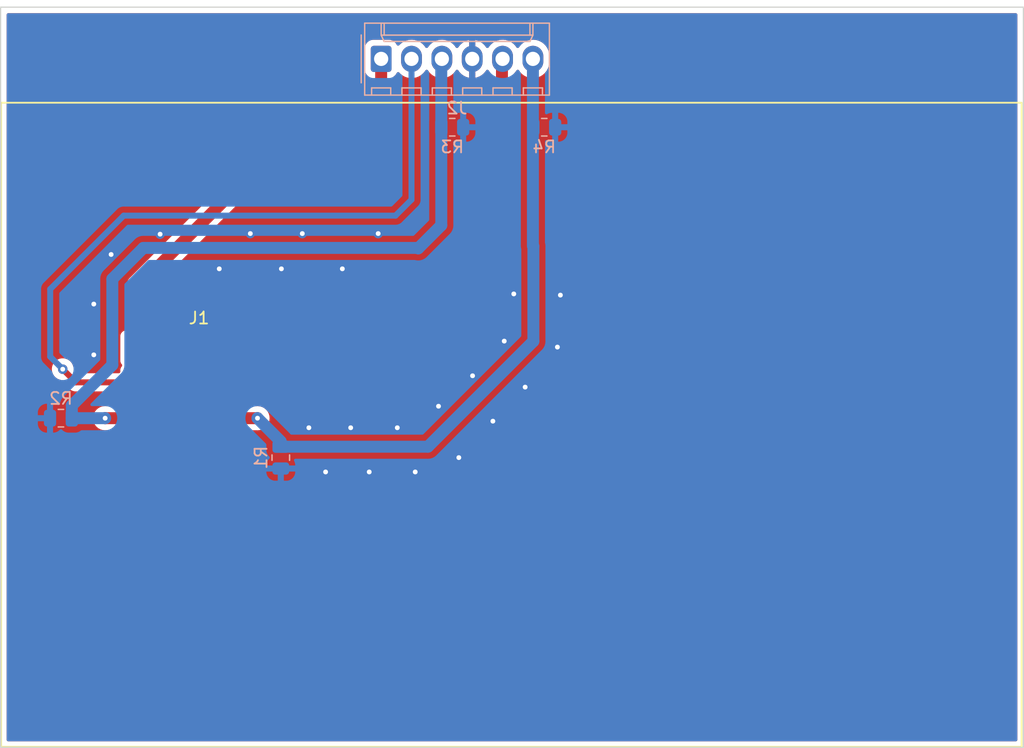
<source format=kicad_pcb>
(kicad_pcb (version 20211014) (generator pcbnew)
  (layers (0 "F.Cu" signal) (31 "B.Cu" signal) (34 "B.Paste" user) (35 "F.Paste" user) (36 "B.SilkS" user "B.Silkscreen") (37 "F.SilkS" user "F.Silkscreen") (38 "B.Mask" user) (39 "F.Mask" user) (44 "Edge.Cuts" user))
  (net 0 "")
  (net 1 "/Vcc")
  (net 2 "/RST")
  (net 3 "/CLK")
  (net 4 "/Vpp")
  (net 5 "/I{slash}O")
  (net 6 "GND")
  (footprint "SIM:SIM_2" (layer "F.Cu") (at 100.93 109.01)
    (fp_text reference "J1" (at 5.08 -2.54 unlocked) (layer "F.SilkS"))
    (fp_text value "SIM_Card")
    (pad "1" smd rect (at 0 0 90) (size 2 2) (layers "F.Cu" "F.Paste" "F.Mask") (net 1 "/Vcc"))
    (pad "2" smd rect (at 0 2.84 90) (size 2 2) (layers "F.Cu" "F.Paste" "F.Mask") (net 2 "/RST"))
    (pad "3" smd rect (at 0 5.84 90) (size 2 2) (layers "F.Cu" "F.Paste" "F.Mask") (net 3 "/CLK"))
    (pad "4" smd rect (at 6.62 8.84 90) (size 2 2) (layers "F.Cu" "F.Paste" "F.Mask"))
    (pad "5" smd rect (at 6.62 5.84 90) (size 2 2) (layers "F.Cu" "F.Paste" "F.Mask") (net 5 "/I{slash}O"))
    (pad "6" smd rect (at 6.62 2.84 90) (size 2 2) (layers "F.Cu" "F.Paste" "F.Mask") (net 4 "/Vpp"))
    (pad "7" smd rect (at 0 8.84 90) (size 2 2) (layers "F.Cu" "F.Paste" "F.Mask"))
    (pad "8" smd rect (at 6.62 0 90) (size 2 2) (layers "F.Cu" "F.Paste" "F.Mask") (net 6 "GND"))
  )
  (footprint "Resistor_SMD:R_0805_2012Metric" (layer "B.Cu") (at 94.45 114.85 180)
    (fp_text reference "R2" (at 0 1.65) (layer "B.SilkS") (effects (justify mirror)))
    (fp_text value "R")
    (fp_line (start -0.227064 0.735) (end 0.227064 0.735) (layer "B.SilkS") (width 0.12))
    (fp_line (start -0.227064 -0.735) (end 0.227064 -0.735) (layer "B.SilkS") (width 0.12))
    (pad "1" smd roundrect (at -0.9125 0 180) (size 1.025 1.4) (layers "B.Cu" "B.Paste" "B.Mask") (roundrect_rratio 0.243902) (net 3 "/CLK"))
    (pad "2" smd roundrect (at 0.9125 0 180) (size 1.025 1.4) (layers "B.Cu" "B.Paste" "B.Mask") (roundrect_rratio 0.243902) (net 6 "GND"))
  )
  (footprint "Connector_Molex:Molex_KK-254_AE-6410-06A_1x06_P2.54mm_Vertical" (layer "B.Cu") (at 121.25 84.78)
    (fp_text reference "J2" (at 6.35 4.12) (layer "B.SilkS") (effects (justify mirror)))
    (fp_text value "Conn_01x06_Male")
    (fp_line (start 4.28 3.03) (end 4.28 2.43) (layer "B.SilkS") (width 0.12))
    (fp_line (start -1.38 3.03) (end -1.38 -2.99) (layer "B.SilkS") (width 0.12))
    (fp_line (start 9.36 2.43) (end 10.96 2.43) (layer "B.SilkS") (width 0.12))
    (fp_line (start -1.67 2) (end -1.67 -2) (layer "B.SilkS") (width 0.12))
    (fp_line (start 0.25 -1.46) (end 12.45 -1.46) (layer "B.SilkS") (width 0.12))
    (fp_line (start -0.8 3.03) (end -0.8 2.43) (layer "B.SilkS") (width 0.12))
    (fp_line (start 0.8 2.43) (end 0.8 3.03) (layer "B.SilkS") (width 0.12))
    (fp_line (start 14.08 3.03) (end -1.38 3.03) (layer "B.SilkS") (width 0.12))
    (fp_line (start 0 -1.99) (end 12.7 -1.99) (layer "B.SilkS") (width 0.12))
    (fp_line (start 10.96 2.43) (end 10.96 3.03) (layer "B.SilkS") (width 0.12))
    (fp_line (start 6.82 3.03) (end 6.82 2.43) (layer "B.SilkS") (width 0.12))
    (fp_line (start 8.42 2.43) (end 8.42 3.03) (layer "B.SilkS") (width 0.12))
    (fp_line (start 0.25 -2.99) (end 0.25 -1.99) (layer "B.SilkS") (width 0.12))
    (fp_line (start 14.08 -2.99) (end 14.08 3.03) (layer "B.SilkS") (width 0.12))
    (fp_line (start 9.36 3.03) (end 9.36 2.43) (layer "B.SilkS") (width 0.12))
    (fp_line (start 4.28 2.43) (end 5.88 2.43) (layer "B.SilkS") (width 0.12))
    (fp_line (start 0 -2.99) (end 0 -1.99) (layer "B.SilkS") (width 0.12))
    (fp_line (start 0 -1.99) (end 0.25 -1.46) (layer "B.SilkS") (width 0.12))
    (fp_line (start -0.8 2.43) (end 0.8 2.43) (layer "B.SilkS") (width 0.12))
    (fp_line (start 6.82 2.43) (end 8.42 2.43) (layer "B.SilkS") (width 0.12))
    (fp_line (start 12.45 -2.99) (end 12.45 -1.99) (layer "B.SilkS") (width 0.12))
    (fp_line (start -1.38 -2.99) (end 14.08 -2.99) (layer "B.SilkS") (width 0.12))
    (fp_line (start 12.45 -1.46) (end 12.7 -1.99) (layer "B.SilkS") (width 0.12))
    (fp_line (start 12.7 -1.99) (end 12.7 -2.99) (layer "B.SilkS") (width 0.12))
    (fp_line (start 3.34 2.43) (end 3.34 3.03) (layer "B.SilkS") (width 0.12))
    (fp_line (start 1.74 3.03) (end 1.74 2.43) (layer "B.SilkS") (width 0.12))
    (fp_line (start 11.9 2.43) (end 13.5 2.43) (layer "B.SilkS") (width 0.12))
    (fp_line (start 5.88 2.43) (end 5.88 3.03) (layer "B.SilkS") (width 0.12))
    (fp_line (start 11.9 3.03) (end 11.9 2.43) (layer "B.SilkS") (width 0.12))
    (fp_line (start 1.74 2.43) (end 3.34 2.43) (layer "B.SilkS") (width 0.12))
    (fp_line (start 13.5 2.43) (end 13.5 3.03) (layer "B.SilkS") (width 0.12))
    (pad "1" thru_hole roundrect (at 0 0) (size 1.74 2.19) (drill 1.19) (layers *.Cu *.Mask) (roundrect_rratio 0.143678) (net 1 "/Vcc"))
    (pad "2" thru_hole oval (at 2.54 0) (size 1.74 2.19) (drill 1.19) (layers *.Cu *.Mask) (net 2 "/RST"))
    (pad "3" thru_hole oval (at 5.08 0) (size 1.74 2.19) (drill 1.19) (layers *.Cu *.Mask) (net 3 "/CLK"))
    (pad "4" thru_hole oval (at 7.62 0) (size 1.74 2.19) (drill 1.19) (layers *.Cu *.Mask) (net 6 "GND"))
    (pad "5" thru_hole oval (at 10.16 0) (size 1.74 2.19) (drill 1.19) (layers *.Cu *.Mask) (net 4 "/Vpp"))
    (pad "6" thru_hole oval (at 12.7 0) (size 1.74 2.19) (drill 1.19) (layers *.Cu *.Mask) (net 5 "/I{slash}O"))
  )
  (footprint "Resistor_SMD:R_0805_2012Metric" (layer "B.Cu") (at 112.85 118.15 -90)
    (fp_text reference "R1" (at 0 1.65 90) (layer "B.SilkS") (effects (justify mirror)))
    (fp_text value "R")
    (fp_line (start -0.227064 0.735) (end 0.227064 0.735) (layer "B.SilkS") (width 0.12))
    (fp_line (start -0.227064 -0.735) (end 0.227064 -0.735) (layer "B.SilkS") (width 0.12))
    (pad "1" smd roundrect (at -0.9125 0 270) (size 1.025 1.4) (layers "B.Cu" "B.Paste" "B.Mask") (roundrect_rratio 0.243902) (net 5 "/I{slash}O"))
    (pad "2" smd roundrect (at 0.9125 0 270) (size 1.025 1.4) (layers "B.Cu" "B.Paste" "B.Mask") (roundrect_rratio 0.243902) (net 6 "GND"))
  )
  (footprint "Resistor_SMD:R_0805_2012Metric" (layer "B.Cu") (at 134.9 90.5)
    (fp_text reference "R4" (at 0 1.65) (layer "B.SilkS") (effects (justify mirror)))
    (fp_text value "R")
    (fp_line (start -0.227064 0.735) (end 0.227064 0.735) (layer "B.SilkS") (width 0.12))
    (fp_line (start -0.227064 -0.735) (end 0.227064 -0.735) (layer "B.SilkS") (width 0.12))
    (pad "1" smd roundrect (at -0.9125 0) (size 1.025 1.4) (layers "B.Cu" "B.Paste" "B.Mask") (roundrect_rratio 0.243902) (net 5 "/I{slash}O"))
    (pad "2" smd roundrect (at 0.9125 0) (size 1.025 1.4) (layers "B.Cu" "B.Paste" "B.Mask") (roundrect_rratio 0.243902) (net 6 "GND"))
  )
  (footprint "Resistor_SMD:R_0805_2012Metric" (layer "B.Cu") (at 127.2 90.5)
    (fp_text reference "R3" (at 0 1.65) (layer "B.SilkS") (effects (justify mirror)))
    (fp_text value "R")
    (fp_line (start -0.227064 -0.735) (end 0.227064 -0.735) (layer "B.SilkS") (width 0.12))
    (fp_line (start -0.227064 0.735) (end 0.227064 0.735) (layer "B.SilkS") (width 0.12))
    (pad "1" smd roundrect (at -0.9125 0) (size 1.025 1.4) (layers "B.Cu" "B.Paste" "B.Mask") (roundrect_rratio 0.243902) (net 3 "/CLK"))
    (pad "2" smd roundrect (at 0.9125 0) (size 1.025 1.4) (layers "B.Cu" "B.Paste" "B.Mask") (roundrect_rratio 0.243902) (net 6 "GND"))
  )
  (gr_rect (start 89.45 142.35) (end 174.85 88.45) (layer "F.SilkS") (width 0.15) (fill none))
  (gr_rect (start 89.4 80.45) (end 175 142.4) (layer "Edge.Cuts") (width 0.1) (fill none))
  (segment (start 117.62 94.33) (end 121.25 90.7) (width 1) (layer "F.Cu") (net 1))
  (segment (start 121.25 90.7) (end 121.25 84.78) (width 1) (layer "F.Cu") (net 1))
  (segment (start 110.42 94.33) (end 117.62 94.33) (width 1) (layer "F.Cu") (net 1))
  (segment (start 100.93 103.82) (end 110.42 94.33) (width 1) (layer "F.Cu") (net 1))
  (segment (start 100.93 109.01) (end 100.93 103.82) (width 1) (layer "F.Cu") (net 1))
  (segment (start 95.7 111.85) (end 100.93 111.85) (width 0.5) (layer "F.Cu") (net 2))
  (segment (start 94.6 110.75) (end 95.7 111.85) (width 0.5) (layer "F.Cu") (net 2))
  (via (at 94.6 110.75) (size 0.8) (drill 0.4) (layers "F.Cu" "B.Cu") (net 2))
  (segment (start 94.6 110.75) (end 93.55 109.7) (width 0.5) (layer "B.Cu") (net 2))
  (segment (start 93.55 109.7) (end 93.55 104.05) (width 0.5) (layer "B.Cu") (net 2))
  (segment (start 93.55 104.05) (end 99.7 97.9) (width 0.5) (layer "B.Cu") (net 2))
  (segment (start 99.7 97.9) (end 122.45 97.9) (width 0.5) (layer "B.Cu") (net 2))
  (segment (start 122.45 97.9) (end 123.79 96.56) (width 0.5) (layer "B.Cu") (net 2))
  (segment (start 123.79 96.56) (end 123.79 84.78) (width 0.5) (layer "B.Cu") (net 2))
  (segment (start 98.15 114.85) (end 100.93 114.85) (width 1) (layer "F.Cu") (net 3))
  (via (at 98.15 114.85) (size 1) (drill 0.4) (layers "F.Cu" "B.Cu") (net 3))
  (segment (start 98 115) (end 98.15 114.85) (width 0.5) (layer "B.Cu") (net 3))
  (segment (start 101.35 100.6) (end 124.3125 100.6) (width 1) (layer "B.Cu") (net 3))
  (segment (start 126.28 84.83) (end 126.33 84.78) (width 1) (layer "B.Cu") (net 3))
  (segment (start 124.3125 100.6) (end 124.35 100.6375) (width 1) (layer "B.Cu") (net 3))
  (segment (start 95.3625 114.85) (end 98.15 114.85) (width 1) (layer "B.Cu") (net 3))
  (segment (start 126.28 98.7075) (end 126.28 84.83) (width 1) (layer "B.Cu") (net 3))
  (segment (start 124.35 100.6375) (end 126.28 98.7075) (width 1) (layer "B.Cu") (net 3))
  (segment (start 95.3625 113.7875) (end 98.75 110.4) (width 1) (layer "B.Cu") (net 3))
  (segment (start 98.75 110.4) (end 98.75 103.2) (width 1) (layer "B.Cu") (net 3))
  (segment (start 95.3625 115) (end 95.3625 113.7875) (width 1) (layer "B.Cu") (net 3))
  (segment (start 98.75 103.2) (end 101.35 100.6) (width 1) (layer "B.Cu") (net 3))
  (segment (start 131.36 84.83) (end 131.41 84.78) (width 1) (layer "F.Cu") (net 4))
  (segment (start 107.55 111.85) (end 122.55 111.85) (width 1) (layer "F.Cu") (net 4))
  (segment (start 131.36 103.04) (end 131.36 84.83) (width 1) (layer "F.Cu") (net 4))
  (segment (start 122.55 111.85) (end 131.36 103.04) (width 1) (layer "F.Cu") (net 4))
  (segment (start 107.55 114.85) (end 110.9 114.85) (width 1) (layer "F.Cu") (net 5))
  (via (at 110.9 114.85) (size 1) (drill 0.4) (layers "F.Cu" "B.Cu") (net 5))
  (segment (start 133.9875 100.45) (end 133.95 100.4125) (width 1) (layer "B.Cu") (net 5))
  (segment (start 133.9875 108.4125) (end 133.9875 100.45) (width 1) (layer "B.Cu") (net 5))
  (segment (start 112.85 117.2375) (end 125.1625 117.2375) (width 1) (layer "B.Cu") (net 5))
  (segment (start 112.85 116.8) (end 112.85 117.2375) (width 0.25) (layer "B.Cu") (net 5))
  (segment (start 110.9 114.85) (end 112.85 116.8) (width 1) (layer "B.Cu") (net 5))
  (segment (start 133.95 100.4125) (end 133.95 84.78) (width 1) (layer "B.Cu") (net 5))
  (segment (start 125.1625 117.2375) (end 133.9875 108.4125) (width 1) (layer "B.Cu") (net 5))
  (via (at 132.35 104.45) (size 0.8) (drill 0.4) (layers "F.Cu" "B.Cu") (net 6))
  (via (at 133.3 112.25) (size 0.8) (drill 0.4) (layers "F.Cu" "B.Cu") (net 6))
  (via (at 120.25 119.35) (size 0.8) (drill 0.4) (layers "F.Cu" "B.Cu") (net 6))
  (via (at 107.7 102.35) (size 0.8) (drill 0.4) (layers "F.Cu" "B.Cu") (net 6))
  (via (at 114.65 99.4) (size 0.8) (drill 0.4) (layers "F.Cu" "B.Cu") (net 6))
  (via (at 110.3 99.4) (size 0.8) (drill 0.4) (layers "F.Cu" "B.Cu") (net 6))
  (via (at 97.2 109.55) (size 0.8) (drill 0.4) (layers "F.Cu" "B.Cu") (net 6))
  (via (at 118.7 115.65) (size 0.8) (drill 0.4) (layers "F.Cu" "B.Cu") (net 6))
  (via (at 98.65 101.15) (size 0.8) (drill 0.4) (layers "F.Cu" "B.Cu") (net 6))
  (via (at 131.55 108.4) (size 0.8) (drill 0.4) (layers "F.Cu" "B.Cu") (net 6))
  (via (at 136.25 104.55) (size 0.8) (drill 0.4) (layers "F.Cu" "B.Cu") (net 6))
  (via (at 116.6 119.35) (size 0.8) (drill 0.4) (layers "F.Cu" "B.Cu") (net 6))
  (via (at 127.75 118.15) (size 0.8) (drill 0.4) (layers "F.Cu" "B.Cu") (net 6))
  (via (at 136 108.9) (size 0.8) (drill 0.4) (layers "F.Cu" "B.Cu") (net 6))
  (via (at 121 99.4) (size 0.8) (drill 0.4) (layers "F.Cu" "B.Cu") (net 6))
  (via (at 97.2 105.3) (size 0.8) (drill 0.4) (layers "F.Cu" "B.Cu") (net 6))
  (via (at 124.1 119.35) (size 0.8) (drill 0.4) (layers "F.Cu" "B.Cu") (net 6))
  (via (at 128.9 111.3) (size 0.8) (drill 0.4) (layers "F.Cu" "B.Cu") (net 6))
  (via (at 126.05 113.85) (size 0.8) (drill 0.4) (layers "F.Cu" "B.Cu") (net 6))
  (via (at 115.2 115.65) (size 0.8) (drill 0.4) (layers "F.Cu" "B.Cu") (net 6))
  (via (at 122.6 115.65) (size 0.8) (drill 0.4) (layers "F.Cu" "B.Cu") (net 6))
  (via (at 118 102.35) (size 0.8) (drill 0.4) (layers "F.Cu" "B.Cu") (net 6))
  (via (at 102.75 99.45) (size 0.8) (drill 0.4) (layers "F.Cu" "B.Cu") (net 6))
  (via (at 112.9 102.35) (size 0.8) (drill 0.4) (layers "F.Cu" "B.Cu") (net 6))
  (via (at 130.6 115.1) (size 0.8) (drill 0.4) (layers "F.Cu" "B.Cu") (net 6))
  (zone (net 6) (net_name "GND") (layer "F.Cu") (connect_pads (clearance 0.508)) (min_thickness 0.254) (fill yes (thermal_gap 0.508) (thermal_bridge_width 0.508))
    (polygon (pts (xy 175 142.4) (xy 89.4 142.4) (xy 89.45 80.6) (xy 175 80.6)))
  )
  (zone (net 6) (net_name "GND") (layer "B.Cu") (connect_pads (clearance 0.508)) (min_thickness 0.254) (fill yes (thermal_gap 0.508) (thermal_bridge_width 0.508))
    (polygon (pts (xy 175 142.4) (xy 89.4 142.4) (xy 89.45 80.8) (xy 174.95 80.8)))
  )
)
</source>
